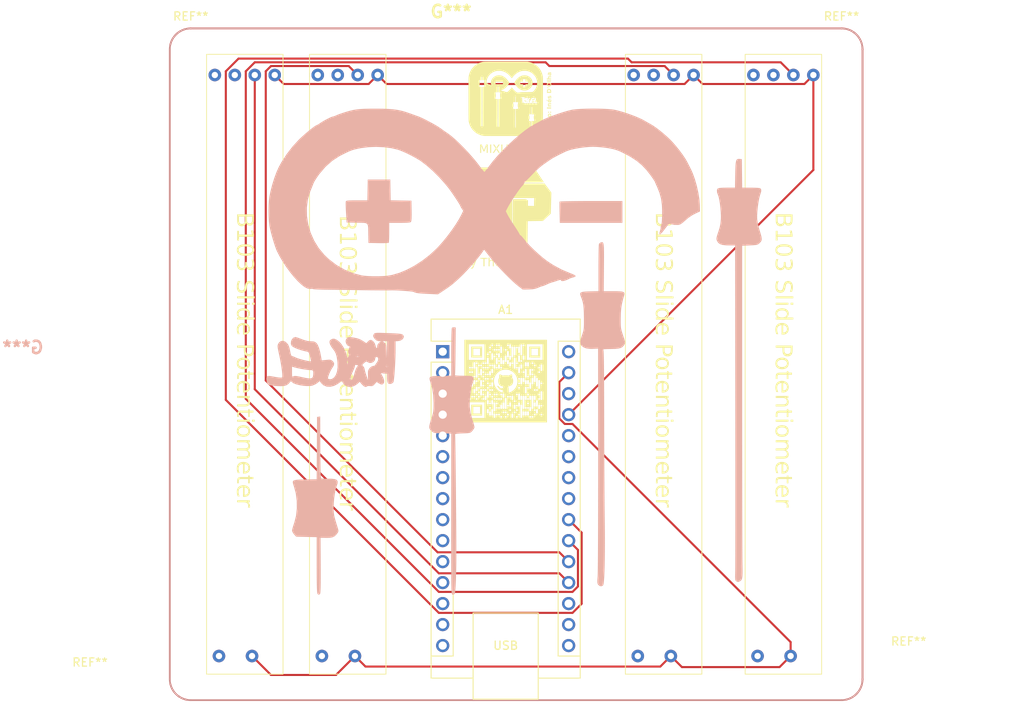
<source format=kicad_pcb>
(kicad_pcb (version 20221018) (generator pcbnew)
  (layers (0 "F.Cu" signal) (31 "B.Cu" signal) (34 "B.Paste" user) (35 "F.Paste" user) (36 "B.SilkS" user "B.Silkscreen") (37 "F.SilkS" user "F.Silkscreen") (38 "B.Mask" user) (39 "F.Mask" user) (44 "Edge.Cuts" user))
  (net 0 "")
  (net 18 "Net-(A1-A0)")
  (net 35 "Net-(A1-+5V)")
  (net 36 "Net-(A1-A3)")
  (net 37 "Net-(A1-A2)")
  (net 38 "Net-(A1-A1)")
  (net 41 "Net-(A1-GND-Pad29)")
  (footprint "Library:Slide Potentiometer - B103" (layer "F.Cu") (at 178.385 68.58)
    (fp_text reference "U4" hide)
    (fp_text value "~")
    (fp_text user "B103 Slide Potentiometer" (at -1.27 -18.415 270 unlocked) (layer "F.SilkS") (effects (font (size 2 2) (thickness 0.1)) (justify left bottom)))
    (pad "1" thru_hole circle (at -3.625 -35) (size 1.524 1.524) (drill 0.762) (layers "*.Cu" "*.Mask"))
    (pad "2" thru_hole circle (at -1.208333 -35) (size 1.524 1.524) (drill 0.762) (layers "*.Cu" "*.Mask"))
    (pad "3" thru_hole circle (at 1.208333 -35) (size 1.524 1.524) (drill 0.762) (layers "*.Cu" "*.Mask") (net 36 "Net-(A1-A3)"))
    (pad "4" thru_hole circle (at 3.625 -35) (size 1.524 1.524) (drill 0.762) (layers "*.Cu" "*.Mask") (net 35 "Net-(A1-+5V)"))
    (pad "5" thru_hole circle (at -3.125 35.3) (size 1.524 1.524) (drill 0.762) (layers "*.Cu" "*.Mask"))
    (pad "6" thru_hole circle (at 0.875 35.3) (size 1.524 1.524) (drill 0.762) (layers "*.Cu" "*.Mask") (net 41 "Net-(A1-GND-Pad29)"))
  )
  (footprint "LOGO" (layer "F.Cu") (at 144.78 70.612)
    (fp_text reference "" (at 0 0) (layer "F.SilkS") (effects (font (size 1.5 1.5) (thickness 0.3))))
    (fp_text value "LOGO" hide)
  )
  (footprint "MountingHole:MountingHole_3mm" (layer "F.Cu") (at 185.42 30.48)
    (fp_text reference "REF**" (at 0 -4) (layer "F.SilkS"))
    (fp_text value "MountingHole_3mm")
    (pad "" np_thru_hole circle (at 0 0) (size 3 3) (drill 3) (layers "*.Cu" "*.Mask"))
  )
  (footprint "Library:Slide Potentiometer - B103" (layer "F.Cu") (at 113.215 68.58)
    (fp_text reference "U1" hide)
    (fp_text value "~")
    (fp_text user "B103 Slide Potentiometer" (at -1.27 -18.415 270 unlocked) (layer "F.SilkS") (effects (font (size 2 2) (thickness 0.1)) (justify left bottom)))
    (pad "1" thru_hole circle (at -3.625 -35) (size 1.524 1.524) (drill 0.762) (layers "*.Cu" "*.Mask"))
    (pad "2" thru_hole circle (at -1.208333 -35) (size 1.524 1.524) (drill 0.762) (layers "*.Cu" "*.Mask"))
    (pad "3" thru_hole circle (at 1.208333 -35) (size 1.524 1.524) (drill 0.762) (layers "*.Cu" "*.Mask") (net 18 "Net-(A1-A0)"))
    (pad "4" thru_hole circle (at 3.625 -35) (size 1.524 1.524) (drill 0.762) (layers "*.Cu" "*.Mask") (net 35 "Net-(A1-+5V)"))
    (pad "5" thru_hole circle (at -3.125 35.3) (size 1.524 1.524) (drill 0.762) (layers "*.Cu" "*.Mask"))
    (pad "6" thru_hole circle (at 0.875 35.3) (size 1.524 1.524) (drill 0.762) (layers "*.Cu" "*.Mask") (net 41 "Net-(A1-GND-Pad29)"))
  )
  (footprint "MountingHole:MountingHole_3mm" (layer "F.Cu") (at 106.68 106.68)
    (fp_text reference "REF**" (at -12.192 -2.032) (layer "F.SilkS"))
    (fp_text value "MountingHole_3mm")
    (pad "" np_thru_hole circle (at 0 0) (size 3 3) (drill 3) (layers "F&B.Cu" "*.Mask"))
  )
  (footprint "Library:Slide Potentiometer - B103" (layer "F.Cu") (at 125.668333 68.58)
    (fp_text reference "U2" hide)
    (fp_text value "~")
    (fp_text user "B103 Slide Potentiometer" (at -1.285 -18.04 270 unlocked) (layer "F.SilkS") (effects (font (size 2 2) (thickness 0.1)) (justify left bottom)))
    (pad "1" thru_hole circle (at -3.625 -35) (size 1.524 1.524) (drill 0.762) (layers "*.Cu" "*.Mask"))
    (pad "2" thru_hole circle (at -1.208333 -35) (size 1.524 1.524) (drill 0.762) (layers "*.Cu" "*.Mask"))
    (pad "3" thru_hole circle (at 1.208333 -35) (size 1.524 1.524) (drill 0.762) (layers "*.Cu" "*.Mask") (net 38 "Net-(A1-A1)"))
    (pad "4" thru_hole circle (at 3.625 -35) (size 1.524 1.524) (drill 0.762) (layers "*.Cu" "*.Mask") (net 35 "Net-(A1-+5V)"))
    (pad "5" thru_hole circle (at -3.125 35.3) (size 1.524 1.524) (drill 0.762) (layers "*.Cu" "*.Mask"))
    (pad "6" thru_hole circle (at 0.875 35.3) (size 1.524 1.524) (drill 0.762) (layers "*.Cu" "*.Mask") (net 41 "Net-(A1-GND-Pad29)"))
  )
  (footprint "Library:Slide Potentiometer - B103" (layer "F.Cu") (at 163.891667 68.58)
    (fp_text reference "U3" hide)
    (fp_text value "~")
    (fp_text user "B103 Slide Potentiometer" (at -1.27 -18.415 270 unlocked) (layer "F.SilkS") (effects (font (size 2 2) (thickness 0.1)) (justify left bottom)))
    (pad "1" thru_hole circle (at -3.625 -35) (size 1.524 1.524) (drill 0.762) (layers "*.Cu" "*.Mask"))
    (pad "2" thru_hole circle (at -1.208333 -35) (size 1.524 1.524) (drill 0.762) (layers "*.Cu" "*.Mask"))
    (pad "3" thru_hole circle (at 1.208333 -35) (size 1.524 1.524) (drill 0.762) (layers "*.Cu" "*.Mask") (net 37 "Net-(A1-A2)"))
    (pad "4" thru_hole circle (at 3.625 -35) (size 1.524 1.524) (drill 0.762) (layers "*.Cu" "*.Mask") (net 35 "Net-(A1-+5V)"))
    (pad "5" thru_hole circle (at -3.125 35.3) (size 1.524 1.524) (drill 0.762) (layers "*.Cu" "*.Mask"))
    (pad "6" thru_hole circle (at 0.875 35.3) (size 1.524 1.524) (drill 0.762) (layers "*.Cu" "*.Mask") (net 41 "Net-(A1-GND-Pad29)"))
  )
  (footprint "MountingHole:MountingHole_3mm" (layer "F.Cu") (at 106.68 30.48)
    (fp_text reference "REF**" (at 0 -4) (layer "F.SilkS"))
    (fp_text value "MountingHole_3mm")
    (pad "" np_thru_hole circle (at 0 0) (size 3 3) (drill 3) (layers "F&B.Cu" "*.Mask"))
  )
  (footprint "LOGO" (layer "F.Cu") (at 144.78 36.576)
    (fp_text reference "G***" (at -6.604 -10.668) (layer "F.SilkS") (effects (font (size 1.5 1.5) (thickness 0.3))))
    (fp_text value "LOGO" hide)
  )
  (footprint "Library:LOGO" (layer "F.Cu") (at 145.600143 48.768)
    (fp_text reference "REF" hide)
    (fp_text value "LOGO" hide)
  )
  (footprint "Module:Arduino_Nano" (layer "F.Cu") (at 137.16 67.056)
    (fp_text reference "A1" (at 7.62 -5.08) (layer "F.SilkS"))
    (fp_text value "Arduino_Nano_v3.x")
    (fp_text user "USB" (at 7.62 35.56 unlocked) (layer "F.SilkS"))
    (pad "1" thru_hole rect (at 0 0) (size 1.6 1.6) (drill 1) (layers "*.Cu" "*.Mask"))
    (pad "2" thru_hole oval (at 0 2.54) (size 1.6 1.6) (drill 1) (layers "*.Cu" "*.Mask"))
    (pad "3" thru_hole oval (at 0 5.08) (size 1.6 1.6) (drill 1) (layers "*.Cu" "*.Mask"))
    (pad "4" thru_hole oval (at 0 7.62) (size 1.6 1.6) (drill 1) (layers "*.Cu" "*.Mask"))
    (pad "5" thru_hole oval (at 0 10.16) (size 1.6 1.6) (drill 1) (layers "*.Cu" "*.Mask"))
    (pad "6" thru_hole oval (at 0 12.7) (size 1.6 1.6) (drill 1) (layers "*.Cu" "*.Mask"))
    (pad "7" thru_hole oval (at 0 15.24) (size 1.6 1.6) (drill 1) (layers "*.Cu" "*.Mask"))
    (pad "8" thru_hole oval (at 0 17.78) (size 1.6 1.6) (drill 1) (layers "*.Cu" "*.Mask"))
    (pad "9" thru_hole oval (at 0 20.32) (size 1.6 1.6) (drill 1) (layers "*.Cu" "*.Mask"))
    (pad "10" thru_hole oval (at 0 22.86) (size 1.6 1.6) (drill 1) (layers "*.Cu" "*.Mask"))
    (pad "11" thru_hole oval (at 0 25.4) (size 1.6 1.6) (drill 1) (layers "*.Cu" "*.Mask"))
    (pad "12" thru_hole oval (at 0 27.94) (size 1.6 1.6) (drill 1) (layers "*.Cu" "*.Mask"))
    (pad "13" thru_hole oval (at 0 30.48) (size 1.6 1.6) (drill 1) (layers "*.Cu" "*.Mask"))
    (pad "14" thru_hole oval (at 0 33.02) (size 1.6 1.6) (drill 1) (layers "*.Cu" "*.Mask"))
    (pad "15" thru_hole oval (at 0 35.56) (size 1.6 1.6) (drill 1) (layers "*.Cu" "*.Mask"))
    (pad "16" thru_hole oval (at 15.24 35.56) (size 1.6 1.6) (drill 1) (layers "*.Cu" "*.Mask"))
    (pad "17" thru_hole oval (at 15.24 33.02) (size 1.6 1.6) (drill 1) (layers "*.Cu" "*.Mask"))
    (pad "18" thru_hole oval (at 15.24 30.48) (size 1.6 1.6) (drill 1) (layers "*.Cu" "*.Mask"))
    (pad "19" thru_hole oval (at 15.24 27.94) (size 1.6 1.6) (drill 1) (layers "*.Cu" "*.Mask") (net 18 "Net-(A1-A0)"))
    (pad "20" thru_hole oval (at 15.24 25.4) (size 1.6 1.6) (drill 1) (layers "*.Cu" "*.Mask") (net 38 "Net-(A1-A1)"))
    (pad "21" thru_hole oval (at 15.24 22.86) (size 1.6 1.6) (drill 1) (layers "*.Cu" "*.Mask") (net 37 "Net-(A1-A2)"))
    (pad "22" thru_hole oval (at 15.24 20.32) (size 1.6 1.6) (drill 1) (layers "*.Cu" "*.Mask") (net 36 "Net-(A1-A3)"))
    (pad "23" thru_hole oval (at 15.24 17.78) (size 1.6 1.6) (drill 1) (layers "*.Cu" "*.Mask"))
    (pad "24" thru_hole oval (at 15.24 15.24) (size 1.6 1.6) (drill 1) (layers "*.Cu" "*.Mask"))
    (pad "25" thru_hole oval (at 15.24 12.7) (size 1.6 1.6) (drill 1) (layers "*.Cu" "*.Mask"))
    (pad "26" thru_hole oval (at 15.24 10.16) (size 1.6 1.6) (drill 1) (layers "*.Cu" "*.Mask"))
    (pad "27" thru_hole oval (at 15.24 7.62) (size 1.6 1.6) (drill 1) (layers "*.Cu" "*.Mask") (net 35 "Net-(A1-+5V)"))
    (pad "28" thru_hole oval (at 15.24 5.08) (size 1.6 1.6) (drill 1) (layers "*.Cu" "*.Mask"))
    (pad "29" thru_hole oval (at 15.24 2.54) (size 1.6 1.6) (drill 1) (layers "*.Cu" "*.Mask") (net 41 "Net-(A1-GND-Pad29)"))
    (pad "30" thru_hole oval (at 15.24 0) (size 1.6 1.6) (drill 1) (layers "*.Cu" "*.Mask"))
  )
  (footprint "MountingHole:MountingHole_3mm" (layer "F.Cu") (at 185.42 106.68)
    (fp_text reference "REF**" (at 8.128 -4.572) (layer "F.SilkS"))
    (fp_text value "MountingHole_3mm")
    (pad "" np_thru_hole circle (at 0 0) (size 3 3) (drill 3) (layers "F&B.Cu" "*.Mask"))
  )
  (footprint "LOGO" (layer "B.Cu") (at 148.506923 67.494617 180)
    (fp_text reference "G***" (at 62.146923 0.946617) (layer "B.SilkS") (effects (font (size 1.5 1.5) (thickness 0.3)) (justify mirror)))
    (fp_text value "LOGO" hide)
  )
  (gr_arc (start 106.68 109.22) (mid 104.883949 108.476051) (end 104.14 106.68) (stroke (width 0.2)) (layer "F.Cu"))
  (gr_arc (start 104.14 30.48) (mid 104.883949 28.683949) (end 106.68 27.94) (stroke (width 0.2)) (layer "F.Cu"))
  (gr_arc (start 187.96 106.68) (mid 187.216051 108.476051) (end 185.42 109.22) (stroke (width 0.2)) (layer "F.Cu"))
  (gr_line (start 187.96 30.48) (end 187.96 106.68) (stroke (width 0.2)) (layer "F.Cu"))
  (gr_line (start 106.68 27.94) (end 185.42 27.94) (stroke (width 0.2)) (layer "F.Cu"))
  (gr_line (start 104.14 106.68) (end 104.14 30.48) (stroke (width 0.2)) (layer "F.Cu"))
  (gr_arc (start 185.42 27.94) (mid 187.216051 28.683949) (end 187.96 30.48) (stroke (width 0.2)) (layer "F.Cu"))
  (gr_line (start 185.42 109.22) (end 106.68 109.22) (stroke (width 0.2)) (layer "F.Cu"))
  (gr_arc (start 185.42 27.94) (mid 187.216051 28.683949) (end 187.96 30.48) (stroke (width 0.1)) (layer "Edge.Cuts"))
  (gr_arc (start 187.96 106.68) (mid 187.216051 108.476051) (end 185.42 109.22) (stroke (width 0.1)) (layer "Edge.Cuts"))
  (gr_line (start 187.96 30.48) (end 187.96 106.68) (stroke (width 0.1)) (layer "Edge.Cuts"))
  (gr_line (start 106.68 27.94) (end 185.42 27.94) (stroke (width 0.1)) (layer "Edge.Cuts"))
  (gr_line (start 104.14 106.68) (end 104.14 30.48) (stroke (width 0.1)) (layer "Edge.Cuts"))
  (gr_arc (start 106.68 109.22) (mid 104.883949 108.476051) (end 104.14 106.68) (stroke (width 0.1)) (layer "Edge.Cuts"))
  (gr_line (start 185.42 109.22) (end 106.68 109.22) (stroke (width 0.1)) (layer "Edge.Cuts"))
  (gr_arc (start 104.14 30.48) (mid 104.883949 28.683949) (end 106.68 27.94) (stroke (width 0.1)) (layer "Edge.Cuts"))
  (gr_text "by ThePangel" (at 139.568116 56.896) (layer "F.SilkS") (effects (font (size 1 1)) (justify left bottom)))
  (gr_text "MIXUINO" (at 141.549763 43.18) (layer "F.SilkS") (effects (font (size 1 1)) (justify left bottom)))
  (gr_text "Logo: Inés D'Olha" (at 150.368 40.132 90) (layer "F.SilkS") (effects (font (size 0.5 0.5) (thickness 0.125) bold) (justify left bottom)))
  (segment (start 136.694009 93.871) (end 151.275 93.871) (width 0.25) (layer "F.Cu") (net 18))
  (segment (start 151.275 93.871) (end 152.4 94.996) (width 0.25) (layer "F.Cu") (net 18))
  (segment (start 114.423333 33.58) (end 114.423333 71.600324) (width 0.25) (layer "F.Cu") (net 18))
  (segment (start 114.423333 71.600324) (end 136.694009 93.871) (width 0.25) (layer "F.Cu") (net 18))
  (segment (start 117.927 34.667) (end 128.206333 34.667) (width 0.25) (layer "F.Cu") (net 35))
  (segment (start 129.293333 33.58) (end 130.380333 34.667) (width 0.25) (layer "F.Cu") (net 35))
  (segment (start 116.84 33.58) (end 117.927 34.667) (width 0.25) (layer "F.Cu") (net 35))
  (segment (start 166.429667 34.667) (end 167.516667 33.58) (width 0.25) (layer "F.Cu") (net 35))
  (segment (start 182.01 33.58) (end 182.01 45.066) (width 0.25) (layer "F.Cu") (net 35))
  (segment (start 128.206333 34.667) (end 129.293333 33.58) (width 0.25) (layer "F.Cu") (net 35))
  (segment (start 168.603667 34.667) (end 180.923 34.667) (width 0.25) (layer "F.Cu") (net 35))
  (segment (start 180.923 34.667) (end 182.01 33.58) (width 0.25) (layer "F.Cu") (net 35))
  (segment (start 130.380333 34.667) (end 166.429667 34.667) (width 0.25) (layer "F.Cu") (net 35))
  (segment (start 182.01 45.066) (end 152.4 74.676) (width 0.25) (layer "F.Cu") (net 35))
  (segment (start 167.516667 33.58) (end 168.603667 34.667) (width 0.25) (layer "F.Cu") (net 35))
  (segment (start 160.02 32.043) (end 159.57 31.593) (width 0.25) (layer "F.Cu") (net 36))
  (segment (start 159.57 31.593) (end 112.456416 31.593) (width 0.25) (layer "F.Cu") (net 36))
  (segment (start 178.056333 32.043) (end 160.02 32.043) (width 0.25) (layer "F.Cu") (net 36))
  (segment (start 152.865991 98.661) (end 153.975 97.551991) (width 0.25) (layer "F.Cu") (net 36))
  (segment (start 153.975 88.951) (end 152.4 87.376) (width 0.25) (layer "F.Cu") (net 36))
  (segment (start 110.919667 72.886658) (end 136.694009 98.661) (width 0.25) (layer "F.Cu") (net 36))
  (segment (start 110.919667 33.129749) (end 110.919667 72.886658) (width 0.25) (layer "F.Cu") (net 36))
  (segment (start 136.694009 98.661) (end 152.865991 98.661) (width 0.25) (layer "F.Cu") (net 36))
  (segment (start 112.456416 31.593) (end 110.919667 33.129749) (width 0.25) (layer "F.Cu") (net 36))
  (segment (start 153.975 97.551991) (end 153.975 88.951) (width 0.25) (layer "F.Cu") (net 36))
  (segment (start 179.593333 33.58) (end 178.056333 32.043) (width 0.25) (layer "F.Cu") (net 36))
  (segment (start 114.423082 32.043) (end 113.336333 33.129749) (width 0.25) (layer "F.Cu") (net 37))
  (segment (start 136.694009 96.121) (end 152.865991 96.121) (width 0.25) (layer "F.Cu") (net 37))
  (segment (start 113.336333 72.763324) (end 136.694009 96.121) (width 0.25) (layer "F.Cu") (net 37))
  (segment (start 152.865991 96.121) (end 153.525 95.461991) (width 0.25) (layer "F.Cu") (net 37))
  (segment (start 113.336333 33.129749) (end 113.336333 72.763324) (width 0.25) (layer "F.Cu") (net 37))
  (segment (start 150.06 32.493) (end 149.61 32.043) (width 0.25) (layer "F.Cu") (net 37))
  (segment (start 165.1 33.58) (end 164.013 32.493) (width 0.25) (layer "F.Cu") (net 37))
  (segment (start 153.525 91.041) (end 152.4 89.916) (width 0.25) (layer "F.Cu") (net 37))
  (segment (start 153.525 95.461991) (end 153.525 91.041) (width 0.25) (layer "F.Cu") (net 37))
  (segment (start 149.61 32.043) (end 114.423082 32.043) (width 0.25) (layer "F.Cu") (net 37))
  (segment (start 164.013 32.493) (end 150.06 32.493) (width 0.25) (layer "F.Cu") (net 37))
  (segment (start 115.753 70.541) (end 115.753 33.129749) (width 0.25) (layer "F.Cu") (net 38))
  (segment (start 151.275 91.331) (end 136.543 91.331) (width 0.25) (layer "F.Cu") (net 38))
  (segment (start 152.4 92.456) (end 151.275 91.331) (width 0.25) (layer "F.Cu") (net 38))
  (segment (start 125.789666 32.493) (end 126.876666 33.58) (width 0.25) (layer "F.Cu") (net 38))
  (segment (start 116.389749 32.493) (end 125.789666 32.493) (width 0.25) (layer "F.Cu") (net 38))
  (segment (start 115.753 33.129749) (end 116.389749 32.493) (width 0.25) (layer "F.Cu") (net 38))
  (segment (start 136.543 91.331) (end 115.753 70.541) (width 0.25) (layer "F.Cu") (net 38))
  (segment (start 114.09 103.88) (end 116.382 106.172) (width 0.25) (layer "F.Cu") (net 41))
  (segment (start 152.865991 75.801) (end 151.934009 75.801) (width 0.25) (layer "F.Cu") (net 41))
  (segment (start 151.275 75.141991) (end 151.275 70.721) (width 0.25) (layer "F.Cu") (net 41))
  (segment (start 164.766667 103.88) (end 166.106667 105.22) (width 0.25) (layer "F.Cu") (net 41))
  (segment (start 116.382 106.172) (end 124.251333 106.172) (width 0.25) (layer "F.Cu") (net 41))
  (segment (start 163.490667 105.156) (end 164.766667 103.88) (width 0.25) (layer "F.Cu") (net 41))
  (segment (start 127.819333 105.156) (end 163.490667 105.156) (width 0.25) (layer "F.Cu") (net 41))
  (segment (start 151.275 70.721) (end 152.4 69.596) (width 0.25) (layer "F.Cu") (net 41))
  (segment (start 124.251333 106.172) (end 126.543333 103.88) (width 0.25) (layer "F.Cu") (net 41))
  (segment (start 166.106667 105.22) (end 177.92 105.22) (width 0.25) (layer "F.Cu") (net 41))
  (segment (start 179.26 102.195009) (end 152.865991 75.801) (width 0.25) (layer "F.Cu") (net 41))
  (segment (start 179.26 103.88) (end 179.26 102.195009) (width 0.25) (layer "F.Cu") (net 41))
  (segment (start 126.543333 103.88) (end 127.819333 105.156) (width 0.25) (layer "F.Cu") (net 41))
  (segment (start 177.92 105.22) (end 179.26 103.88) (width 0.25) (layer "F.Cu") (net 41))
  (segment (start 151.934009 75.801) (end 151.275 75.141991) (width 0.25) (layer "F.Cu") (net 41))
)
</source>
